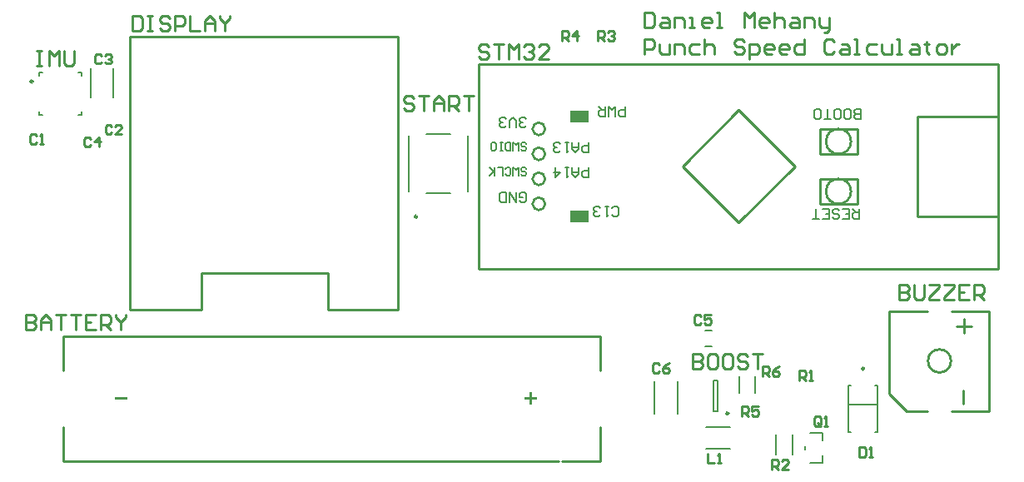
<source format=gto>
G04*
G04 #@! TF.GenerationSoftware,Altium Limited,Altium Designer,25.8.1 (18)*
G04*
G04 Layer_Color=65535*
%FSLAX44Y44*%
%MOMM*%
G71*
G04*
G04 #@! TF.SameCoordinates,220DD8DD-A9B0-4AC3-BD9C-64780996674F*
G04*
G04*
G04 #@! TF.FilePolarity,Positive*
G04*
G01*
G75*
%ADD10C,0.2500*%
%ADD11C,0.2540*%
%ADD12C,0.2000*%
%ADD13C,0.2032*%
%ADD14R,1.9050X1.2700*%
G36*
X111720Y88730D02*
Y91270D01*
X99020D01*
Y88730D01*
X111720D01*
D01*
D02*
G37*
G36*
X523200Y91270D02*
X528280D01*
Y88730D01*
X523200D01*
Y83650D01*
X520660D01*
Y88730D01*
X515580D01*
Y91270D01*
X520660D01*
Y96350D01*
X523200D01*
Y91270D01*
D02*
G37*
D10*
X861250Y120500D02*
G03*
X861250Y120500I-1250J0D01*
G01*
X15750Y412500D02*
G03*
X15750Y412500I-1250J0D01*
G01*
X406634Y275056D02*
G03*
X406634Y275056I-1250J0D01*
G01*
X723250Y75000D02*
G03*
X723250Y75000I-1250J0D01*
G01*
D11*
X949477Y128276D02*
G03*
X949477Y128276I-11709J0D01*
G01*
X847800Y351600D02*
G03*
X847800Y351600I-12700J0D01*
G01*
Y300800D02*
G03*
X847800Y300800I-12700J0D01*
G01*
X536650Y364300D02*
G03*
X536650Y364300I-6350J0D01*
G01*
Y338900D02*
G03*
X536650Y338900I-6350J0D01*
G01*
Y313500D02*
G03*
X536650Y313500I-6350J0D01*
G01*
Y288100D02*
G03*
X536650Y288100I-6350J0D01*
G01*
X593050Y118812D02*
Y153500D01*
X46950D02*
X593050D01*
X46950Y118812D02*
Y153500D01*
X553463Y26500D02*
X593050D01*
Y61189D01*
X46950Y26500D02*
Y60790D01*
Y26500D02*
X550536D01*
X114708Y180394D02*
Y458396D01*
Y180394D02*
X187200D01*
Y217909D01*
X315699D01*
Y180394D02*
Y217909D01*
Y180394D02*
X386692D01*
Y458396D01*
X114708D02*
X386692D01*
X886968Y95256D02*
Y179076D01*
Y95256D02*
X904748Y77476D01*
X955548Y163836D02*
X970788D01*
X963168Y156851D02*
Y170821D01*
X961898Y84461D02*
Y98431D01*
X886968Y179076D02*
X925456D01*
X950080D02*
X988568D01*
Y77476D02*
Y179076D01*
X904748Y77476D02*
X925449D01*
X950087D02*
X988568D01*
X469340Y430086D02*
X997660D01*
X469340Y222314D02*
Y430086D01*
Y222314D02*
X997660D01*
Y430086D01*
X816050Y313500D02*
X854150D01*
X816050Y288100D02*
Y313500D01*
Y288100D02*
X854150D01*
Y313500D01*
X816050Y364300D02*
X854150D01*
X816050Y338900D02*
Y364300D01*
Y338900D02*
X854150D01*
Y364300D01*
X676350Y326200D02*
X733500Y269050D01*
X676350Y326200D02*
X733500Y383350D01*
X790650Y326200D01*
X733500Y269050D02*
X790650Y326200D01*
X915110Y377000D02*
X996390D01*
X915110Y275400D02*
Y377000D01*
Y275400D02*
X996390D01*
X8398Y175004D02*
Y159768D01*
X16016D01*
X18555Y162308D01*
Y164847D01*
X16016Y167386D01*
X8398D01*
X16016D01*
X18555Y169925D01*
Y172464D01*
X16016Y175004D01*
X8398D01*
X23633Y159768D02*
Y169925D01*
X28712Y175004D01*
X33790Y169925D01*
Y159768D01*
Y167386D01*
X23633D01*
X38869Y175004D02*
X49025D01*
X43947D01*
Y159768D01*
X54104Y175004D02*
X64260D01*
X59182D01*
Y159768D01*
X79495Y175004D02*
X69339D01*
Y159768D01*
X79495D01*
X69339Y167386D02*
X74417D01*
X84574Y159768D02*
Y175004D01*
X92191D01*
X94731Y172464D01*
Y167386D01*
X92191Y164847D01*
X84574D01*
X89652D02*
X94731Y159768D01*
X99809Y175004D02*
Y172464D01*
X104887Y167386D01*
X109966Y172464D01*
Y175004D01*
X104887Y167386D02*
Y159768D01*
X652892Y124236D02*
X651226Y125902D01*
X647894D01*
X646227Y124236D01*
Y117572D01*
X647894Y115906D01*
X651226D01*
X652892Y117572D01*
X662889Y125902D02*
X659556Y124236D01*
X656224Y120904D01*
Y117572D01*
X657890Y115906D01*
X661223D01*
X662889Y117572D01*
Y119238D01*
X661223Y120904D01*
X656224D01*
X794959Y108286D02*
Y118282D01*
X799958D01*
X801624Y116616D01*
Y113284D01*
X799958Y111618D01*
X794959D01*
X798292D02*
X801624Y108286D01*
X804956D02*
X808288D01*
X806622D01*
Y118282D01*
X804956Y116616D01*
X817372Y63724D02*
Y70388D01*
X815706Y72054D01*
X812374D01*
X810707Y70388D01*
Y63724D01*
X812374Y62058D01*
X815706D01*
X814040Y65390D02*
X817372Y62058D01*
X815706D02*
X817372Y63724D01*
X820704Y62058D02*
X824036D01*
X822370D01*
Y72054D01*
X820704Y70388D01*
X701995Y34208D02*
Y24212D01*
X708660D01*
X711992D02*
X715324D01*
X713658D01*
Y34208D01*
X711992Y32542D01*
X856173Y40812D02*
Y30816D01*
X861172D01*
X862838Y32482D01*
Y39146D01*
X861172Y40812D01*
X856173D01*
X866170Y30816D02*
X869502D01*
X867836D01*
Y40812D01*
X866170Y39146D01*
X116856Y479296D02*
Y464061D01*
X124474D01*
X127013Y466600D01*
Y476756D01*
X124474Y479296D01*
X116856D01*
X132091D02*
X137169D01*
X134630D01*
Y464061D01*
X132091D01*
X137169D01*
X154944Y476756D02*
X152404Y479296D01*
X147326D01*
X144787Y476756D01*
Y474217D01*
X147326Y471678D01*
X152404D01*
X154944Y469139D01*
Y466600D01*
X152404Y464061D01*
X147326D01*
X144787Y466600D01*
X160022Y464061D02*
Y479296D01*
X167640D01*
X170179Y476756D01*
Y471678D01*
X167640Y469139D01*
X160022D01*
X175257Y479296D02*
Y464061D01*
X185414D01*
X190492D02*
Y474217D01*
X195571Y479296D01*
X200649Y474217D01*
Y464061D01*
Y471678D01*
X190492D01*
X205727Y479296D02*
Y476756D01*
X210806Y471678D01*
X215884Y476756D01*
Y479296D01*
X210806Y471678D02*
Y464061D01*
X19310Y443989D02*
X24388D01*
X21849D01*
Y428755D01*
X19310D01*
X24388D01*
X32006D02*
Y443989D01*
X37084Y438911D01*
X42163Y443989D01*
Y428755D01*
X47241Y443989D02*
Y431294D01*
X49780Y428755D01*
X54859D01*
X57398Y431294D01*
Y443989D01*
X85456Y438942D02*
X83790Y440608D01*
X80457D01*
X78791Y438942D01*
Y432278D01*
X80457Y430612D01*
X83790D01*
X85456Y432278D01*
X88788Y438942D02*
X90454Y440608D01*
X93786D01*
X95453Y438942D01*
Y437276D01*
X93786Y435610D01*
X92120D01*
X93786D01*
X95453Y433944D01*
Y432278D01*
X93786Y430612D01*
X90454D01*
X88788Y432278D01*
X637902Y440506D02*
Y455741D01*
X645519D01*
X648059Y453202D01*
Y448124D01*
X645519Y445585D01*
X637902D01*
X653137Y450663D02*
Y443046D01*
X655676Y440506D01*
X663294D01*
Y450663D01*
X668372Y440506D02*
Y450663D01*
X675990D01*
X678529Y448124D01*
Y440506D01*
X693764Y450663D02*
X686146D01*
X683607Y448124D01*
Y443046D01*
X686146Y440506D01*
X693764D01*
X698842Y455741D02*
Y440506D01*
Y448124D01*
X701382Y450663D01*
X706460D01*
X708999Y448124D01*
Y440506D01*
X739469Y453202D02*
X736930Y455741D01*
X731852D01*
X729312Y453202D01*
Y450663D01*
X731852Y448124D01*
X736930D01*
X739469Y445585D01*
Y443046D01*
X736930Y440506D01*
X731852D01*
X729312Y443046D01*
X744548Y435428D02*
Y450663D01*
X752165D01*
X754704Y448124D01*
Y443046D01*
X752165Y440506D01*
X744548D01*
X767400D02*
X762322D01*
X759783Y443046D01*
Y448124D01*
X762322Y450663D01*
X767400D01*
X769939Y448124D01*
Y445585D01*
X759783D01*
X782635Y440506D02*
X777557D01*
X775018Y443046D01*
Y448124D01*
X777557Y450663D01*
X782635D01*
X785174Y448124D01*
Y445585D01*
X775018D01*
X800409Y455741D02*
Y440506D01*
X792792D01*
X790253Y443046D01*
Y448124D01*
X792792Y450663D01*
X800409D01*
X830880Y453202D02*
X828340Y455741D01*
X823262D01*
X820723Y453202D01*
Y443046D01*
X823262Y440506D01*
X828340D01*
X830880Y443046D01*
X838497Y450663D02*
X843576D01*
X846115Y448124D01*
Y440506D01*
X838497D01*
X835958Y443046D01*
X838497Y445585D01*
X846115D01*
X851193Y440506D02*
X856271D01*
X853732D01*
Y455741D01*
X851193D01*
X874046Y450663D02*
X866428D01*
X863889Y448124D01*
Y443046D01*
X866428Y440506D01*
X874046D01*
X879124Y450663D02*
Y443046D01*
X881663Y440506D01*
X889281D01*
Y450663D01*
X894359Y440506D02*
X899437D01*
X896898D01*
Y455741D01*
X894359D01*
X909594Y450663D02*
X914672D01*
X917212Y448124D01*
Y440506D01*
X909594D01*
X907055Y443046D01*
X909594Y445585D01*
X917212D01*
X924829Y453202D02*
Y450663D01*
X922290D01*
X927368D01*
X924829D01*
Y443046D01*
X927368Y440506D01*
X937525D02*
X942603D01*
X945143Y443046D01*
Y448124D01*
X942603Y450663D01*
X937525D01*
X934986Y448124D01*
Y443046D01*
X937525Y440506D01*
X950221Y450663D02*
Y440506D01*
Y445585D01*
X952760Y448124D01*
X955299Y450663D01*
X957839D01*
X896634Y205737D02*
Y190502D01*
X904251D01*
X906791Y193042D01*
Y195581D01*
X904251Y198120D01*
X896634D01*
X904251D01*
X906791Y200659D01*
Y203198D01*
X904251Y205737D01*
X896634D01*
X911869D02*
Y193042D01*
X914408Y190502D01*
X919487D01*
X922026Y193042D01*
Y205737D01*
X927104D02*
X937261D01*
Y203198D01*
X927104Y193042D01*
Y190502D01*
X937261D01*
X942339Y205737D02*
X952496D01*
Y203198D01*
X942339Y193042D01*
Y190502D01*
X952496D01*
X967731Y205737D02*
X957574D01*
Y190502D01*
X967731D01*
X957574Y198120D02*
X962653D01*
X972809Y190502D02*
Y205737D01*
X980427D01*
X982966Y203198D01*
Y198120D01*
X980427Y195581D01*
X972809D01*
X977888D02*
X982966Y190502D01*
X637902Y482741D02*
Y467506D01*
X645519D01*
X648059Y470046D01*
Y480202D01*
X645519Y482741D01*
X637902D01*
X655676Y477663D02*
X660755D01*
X663294Y475124D01*
Y467506D01*
X655676D01*
X653137Y470046D01*
X655676Y472585D01*
X663294D01*
X668372Y467506D02*
Y477663D01*
X675990D01*
X678529Y475124D01*
Y467506D01*
X683607D02*
X688686D01*
X686146D01*
Y477663D01*
X683607D01*
X703921Y467506D02*
X698842D01*
X696303Y470046D01*
Y475124D01*
X698842Y477663D01*
X703921D01*
X706460Y475124D01*
Y472585D01*
X696303D01*
X711538Y467506D02*
X716617D01*
X714077D01*
Y482741D01*
X711538D01*
X739469Y467506D02*
Y482741D01*
X744548Y477663D01*
X749626Y482741D01*
Y467506D01*
X762322D02*
X757243D01*
X754704Y470046D01*
Y475124D01*
X757243Y477663D01*
X762322D01*
X764861Y475124D01*
Y472585D01*
X754704D01*
X769939Y482741D02*
Y467506D01*
Y475124D01*
X772478Y477663D01*
X777557D01*
X780096Y475124D01*
Y467506D01*
X787713Y477663D02*
X792792D01*
X795331Y475124D01*
Y467506D01*
X787713D01*
X785174Y470046D01*
X787713Y472585D01*
X795331D01*
X800409Y467506D02*
Y477663D01*
X808027D01*
X810566Y475124D01*
Y467506D01*
X815645Y477663D02*
Y470046D01*
X818184Y467506D01*
X825801D01*
Y464967D01*
X823262Y462428D01*
X820723D01*
X825801Y467506D02*
Y477663D01*
X479052Y448054D02*
X476513Y450593D01*
X471435D01*
X468895Y448054D01*
Y445515D01*
X471435Y442976D01*
X476513D01*
X479052Y440437D01*
Y437898D01*
X476513Y435359D01*
X471435D01*
X468895Y437898D01*
X484131Y450593D02*
X494287D01*
X489209D01*
Y435359D01*
X499366D02*
Y450593D01*
X504444Y445515D01*
X509522Y450593D01*
Y435359D01*
X514601Y448054D02*
X517140Y450593D01*
X522218D01*
X524757Y448054D01*
Y445515D01*
X522218Y442976D01*
X519679D01*
X522218D01*
X524757Y440437D01*
Y437898D01*
X522218Y435359D01*
X517140D01*
X514601Y437898D01*
X539992Y435359D02*
X529836D01*
X539992Y445515D01*
Y448054D01*
X537453Y450593D01*
X532375D01*
X529836Y448054D01*
X403106Y395476D02*
X400567Y398016D01*
X395489D01*
X392949Y395476D01*
Y392937D01*
X395489Y390398D01*
X400567D01*
X403106Y387859D01*
Y385320D01*
X400567Y382780D01*
X395489D01*
X392949Y385320D01*
X408185Y398016D02*
X418341D01*
X413263D01*
Y382780D01*
X423420D02*
Y392937D01*
X428498Y398016D01*
X433576Y392937D01*
Y382780D01*
Y390398D01*
X423420D01*
X438655Y382780D02*
Y398016D01*
X446272D01*
X448811Y395476D01*
Y390398D01*
X446272Y387859D01*
X438655D01*
X443733D02*
X448811Y382780D01*
X453890Y398016D02*
X464047D01*
X458968D01*
Y382780D01*
X757987Y112858D02*
Y122854D01*
X762986D01*
X764652Y121188D01*
Y117856D01*
X762986Y116190D01*
X757987D01*
X761320D02*
X764652Y112858D01*
X774649Y122854D02*
X771316Y121188D01*
X767984Y117856D01*
Y114524D01*
X769650Y112858D01*
X772982D01*
X774649Y114524D01*
Y116190D01*
X772982Y117856D01*
X767984D01*
X736669Y72002D02*
Y81998D01*
X741668D01*
X743334Y80332D01*
Y77000D01*
X741668Y75334D01*
X736669D01*
X740002D02*
X743334Y72002D01*
X753331Y81998D02*
X746666D01*
Y77000D01*
X749998Y78666D01*
X751665D01*
X753331Y77000D01*
Y73668D01*
X751665Y72002D01*
X748332D01*
X746666Y73668D01*
X553771Y453726D02*
Y463722D01*
X558770D01*
X560436Y462056D01*
Y458724D01*
X558770Y457058D01*
X553771D01*
X557104D02*
X560436Y453726D01*
X568767D02*
Y463722D01*
X563768Y458724D01*
X570433D01*
X590601Y454234D02*
Y464230D01*
X595600D01*
X597266Y462564D01*
Y459232D01*
X595600Y457566D01*
X590601D01*
X593934D02*
X597266Y454234D01*
X600598Y462564D02*
X602264Y464230D01*
X605597D01*
X607263Y462564D01*
Y460898D01*
X605597Y459232D01*
X603930D01*
X605597D01*
X607263Y457566D01*
Y455900D01*
X605597Y454234D01*
X602264D01*
X600598Y455900D01*
X767385Y18116D02*
Y28112D01*
X772384D01*
X774050Y26446D01*
Y23114D01*
X772384Y21448D01*
X767385D01*
X770718D02*
X774050Y18116D01*
X784047D02*
X777382D01*
X784047Y24780D01*
Y26446D01*
X782381Y28112D01*
X779048D01*
X777382Y26446D01*
X695056Y173258D02*
X693390Y174924D01*
X690058D01*
X688391Y173258D01*
Y166594D01*
X690058Y164928D01*
X693390D01*
X695056Y166594D01*
X705053Y174924D02*
X698388D01*
Y169926D01*
X701720Y171592D01*
X703387D01*
X705053Y169926D01*
Y166594D01*
X703387Y164928D01*
X700054D01*
X698388Y166594D01*
X74788Y354360D02*
X73122Y356026D01*
X69790D01*
X68123Y354360D01*
Y347696D01*
X69790Y346030D01*
X73122D01*
X74788Y347696D01*
X83118Y346030D02*
Y356026D01*
X78120Y351028D01*
X84785D01*
X96124Y367060D02*
X94458Y368726D01*
X91125D01*
X89459Y367060D01*
Y360396D01*
X91125Y358730D01*
X94458D01*
X96124Y360396D01*
X106121Y358730D02*
X99456D01*
X106121Y365394D01*
Y367060D01*
X104454Y368726D01*
X101122D01*
X99456Y367060D01*
X19558Y357154D02*
X17892Y358820D01*
X14560D01*
X12894Y357154D01*
Y350490D01*
X14560Y348824D01*
X17892D01*
X19558Y350490D01*
X22890Y348824D02*
X26223D01*
X24556D01*
Y358820D01*
X22890Y357154D01*
X686573Y135126D02*
Y119890D01*
X694191D01*
X696730Y122430D01*
Y124969D01*
X694191Y127508D01*
X686573D01*
X694191D01*
X696730Y130047D01*
Y132586D01*
X694191Y135126D01*
X686573D01*
X709426D02*
X704348D01*
X701809Y132586D01*
Y122430D01*
X704348Y119890D01*
X709426D01*
X711965Y122430D01*
Y132586D01*
X709426Y135126D01*
X724661D02*
X719583D01*
X717044Y132586D01*
Y122430D01*
X719583Y119890D01*
X724661D01*
X727200Y122430D01*
Y132586D01*
X724661Y135126D01*
X742435Y132586D02*
X739896Y135126D01*
X734818D01*
X732279Y132586D01*
Y130047D01*
X734818Y127508D01*
X739896D01*
X742435Y124969D01*
Y122430D01*
X739896Y119890D01*
X734818D01*
X732279Y122430D01*
X747514Y135126D02*
X757671D01*
X752592D01*
Y119890D01*
D12*
X648219Y74211D02*
Y107273D01*
X671781Y74211D02*
Y107273D01*
X805750Y55500D02*
X819000D01*
Y24500D02*
Y32250D01*
Y47750D02*
Y55500D01*
X805750Y24500D02*
X819000D01*
X801000Y38250D02*
Y41750D01*
X700448Y61000D02*
X725030D01*
X700448Y39000D02*
X725030D01*
X845250Y56250D02*
Y103750D01*
X872500D02*
X874750D01*
X845250D02*
X847500D01*
X874750Y56250D02*
Y103750D01*
X872500Y56250D02*
X874750D01*
X845250D02*
X847500D01*
X846000Y83500D02*
X874000D01*
X62250Y421500D02*
X65500D01*
Y418250D02*
Y421500D01*
Y378500D02*
Y381750D01*
X62250Y378500D02*
X65500D01*
X22500D02*
X25750D01*
X22500D02*
Y381750D01*
Y421500D02*
X25750D01*
X22500Y418250D02*
Y421500D01*
X74719Y396469D02*
Y425531D01*
X97281Y396469D02*
Y425531D01*
X397884Y300806D02*
Y357306D01*
X415634Y359056D02*
X440134D01*
X457884Y300806D02*
Y357306D01*
X415634Y299056D02*
X440134D01*
X771250Y32939D02*
Y53061D01*
X788750Y32939D02*
Y53061D01*
X699522Y143000D02*
X705995D01*
X699522Y159000D02*
X705995D01*
X750250Y95500D02*
Y112500D01*
X733750Y95500D02*
Y112500D01*
X707500Y77500D02*
X712500D01*
X707500Y108500D02*
X712500D01*
Y77500D02*
Y108500D01*
X707500Y77500D02*
Y108500D01*
D13*
X855968Y282968D02*
Y272811D01*
X850890D01*
X849197Y274504D01*
Y277890D01*
X850890Y279582D01*
X855968D01*
X852582D02*
X849197Y282968D01*
X839040Y272811D02*
X845811D01*
Y282968D01*
X839040D01*
X845811Y277890D02*
X842426D01*
X828883Y274504D02*
X830576Y272811D01*
X833962D01*
X835655Y274504D01*
Y276197D01*
X833962Y277890D01*
X830576D01*
X828883Y279582D01*
Y281275D01*
X830576Y282968D01*
X833962D01*
X835655Y281275D01*
X818727Y272811D02*
X825498D01*
Y282968D01*
X818727D01*
X825498Y277890D02*
X822112D01*
X815341Y272811D02*
X808570D01*
X811956D01*
Y282968D01*
X857960Y374463D02*
Y384620D01*
X852882D01*
X851189Y382927D01*
Y381234D01*
X852882Y379542D01*
X857960D01*
X852882D01*
X851189Y377849D01*
Y376156D01*
X852882Y374463D01*
X857960D01*
X842725D02*
X846110D01*
X847803Y376156D01*
Y382927D01*
X846110Y384620D01*
X842725D01*
X841032Y382927D01*
Y376156D01*
X842725Y374463D01*
X832568D02*
X835954D01*
X837646Y376156D01*
Y382927D01*
X835954Y384620D01*
X832568D01*
X830875Y382927D01*
Y376156D01*
X832568Y374463D01*
X827490D02*
X820719D01*
X824104D01*
Y384620D01*
X817333Y376156D02*
X815640Y374463D01*
X812255D01*
X810562Y376156D01*
Y382927D01*
X812255Y384620D01*
X815640D01*
X817333Y382927D01*
Y376156D01*
X581100Y350330D02*
Y340173D01*
X576022D01*
X574329Y341866D01*
Y345252D01*
X576022Y346944D01*
X581100D01*
X570943Y350330D02*
Y343559D01*
X567558Y340173D01*
X564172Y343559D01*
Y350330D01*
Y345252D01*
X570943D01*
X560787Y350330D02*
X557401D01*
X559094D01*
Y340173D01*
X560787Y341866D01*
X552323D02*
X550630Y340173D01*
X547244D01*
X545551Y341866D01*
Y343559D01*
X547244Y345252D01*
X548937D01*
X547244D01*
X545551Y346944D01*
Y348637D01*
X547244Y350330D01*
X550630D01*
X552323Y348637D01*
X581100Y324930D02*
Y314773D01*
X576022D01*
X574329Y316466D01*
Y319852D01*
X576022Y321544D01*
X581100D01*
X570943Y324930D02*
Y318159D01*
X567558Y314773D01*
X564172Y318159D01*
Y324930D01*
Y319852D01*
X570943D01*
X560787Y324930D02*
X557401D01*
X559094D01*
Y314773D01*
X560787Y316466D01*
X547244Y324930D02*
Y314773D01*
X552323Y319852D01*
X545551D01*
X517600Y367266D02*
X515907Y365573D01*
X512522D01*
X510829Y367266D01*
Y368959D01*
X512522Y370652D01*
X514214D01*
X512522D01*
X510829Y372344D01*
Y374037D01*
X512522Y375730D01*
X515907D01*
X517600Y374037D01*
X507443Y365573D02*
Y372344D01*
X504058Y375730D01*
X500672Y372344D01*
Y365573D01*
X497286Y367266D02*
X495594Y365573D01*
X492208D01*
X490515Y367266D01*
Y368959D01*
X492208Y370652D01*
X493901D01*
X492208D01*
X490515Y372344D01*
Y374037D01*
X492208Y375730D01*
X495594D01*
X497286Y374037D01*
X512268Y343666D02*
X513601Y342333D01*
X516267D01*
X517600Y343666D01*
Y344998D01*
X516267Y346331D01*
X513601D01*
X512268Y347664D01*
Y348997D01*
X513601Y350330D01*
X516267D01*
X517600Y348997D01*
X509603Y342333D02*
Y350330D01*
X506937Y347664D01*
X504271Y350330D01*
Y342333D01*
X501605D02*
Y350330D01*
X497606D01*
X496273Y348997D01*
Y343666D01*
X497606Y342333D01*
X501605D01*
X493608D02*
X490942D01*
X492275D01*
Y350330D01*
X493608D01*
X490942D01*
X482944Y342333D02*
X485610D01*
X486943Y343666D01*
Y348997D01*
X485610Y350330D01*
X482944D01*
X481612Y348997D01*
Y343666D01*
X482944Y342333D01*
X512268Y318265D02*
X513601Y316933D01*
X516267D01*
X517600Y318265D01*
Y319598D01*
X516267Y320931D01*
X513601D01*
X512268Y322264D01*
Y323597D01*
X513601Y324930D01*
X516267D01*
X517600Y323597D01*
X509603Y316933D02*
Y324930D01*
X506937Y322264D01*
X504271Y324930D01*
Y316933D01*
X496273Y318265D02*
X497606Y316933D01*
X500272D01*
X501605Y318265D01*
Y323597D01*
X500272Y324930D01*
X497606D01*
X496273Y323597D01*
X493608Y316933D02*
Y324930D01*
X488276D01*
X485610Y316933D02*
Y324930D01*
Y322264D01*
X480279Y316933D01*
X484277Y320931D01*
X480279Y324930D01*
X510829Y291066D02*
X512522Y289373D01*
X515907D01*
X517600Y291066D01*
Y297837D01*
X515907Y299530D01*
X512522D01*
X510829Y297837D01*
Y294452D01*
X514214D01*
X507443Y299530D02*
Y289373D01*
X500672Y299530D01*
Y289373D01*
X497286D02*
Y299530D01*
X492208D01*
X490515Y297837D01*
Y291066D01*
X492208Y289373D01*
X497286D01*
X604809Y277096D02*
X606502Y275403D01*
X609887D01*
X611580Y277096D01*
Y283867D01*
X609887Y285560D01*
X606502D01*
X604809Y283867D01*
X601423Y285560D02*
X598038D01*
X599730D01*
Y275403D01*
X601423Y277096D01*
X592959D02*
X591267Y275403D01*
X587881D01*
X586188Y277096D01*
Y278789D01*
X587881Y280482D01*
X589574D01*
X587881D01*
X586188Y282174D01*
Y283867D01*
X587881Y285560D01*
X591267D01*
X592959Y283867D01*
X617930Y387160D02*
Y377003D01*
X612852D01*
X611159Y378696D01*
Y382082D01*
X612852Y383774D01*
X617930D01*
X607773Y377003D02*
Y387160D01*
X604388Y383774D01*
X601002Y387160D01*
Y377003D01*
X597617Y387160D02*
Y377003D01*
X592538D01*
X590845Y378696D01*
Y382082D01*
X592538Y383774D01*
X597617D01*
X594231D02*
X590845Y387160D01*
D14*
X571575Y376997D02*
D03*
Y275397D02*
D03*
M02*

</source>
